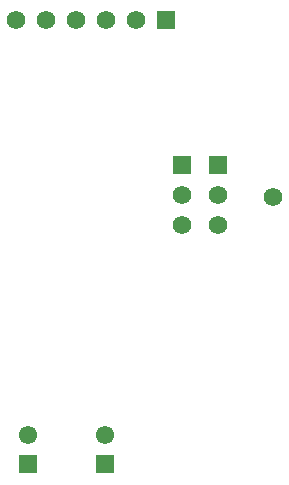
<source format=gbs>
G04*
G04 #@! TF.GenerationSoftware,Altium Limited,Altium Designer,24.1.2 (44)*
G04*
G04 Layer_Color=16711935*
%FSLAX44Y44*%
%MOMM*%
G71*
G04*
G04 #@! TF.SameCoordinates,35289A0D-B0B0-4263-B8D2-BBE876D284D7*
G04*
G04*
G04 #@! TF.FilePolarity,Negative*
G04*
G01*
G75*
%ADD58C,1.5700*%
%ADD59R,1.5700X1.5700*%
%ADD60C,1.5500*%
%ADD61R,1.5500X1.5500*%
%ADD62R,1.5700X1.5700*%
D58*
X1252000Y791000D02*
D03*
X1175000Y767600D02*
D03*
Y793000D02*
D03*
X1206000Y767600D02*
D03*
Y793000D02*
D03*
X1034750Y941000D02*
D03*
X1060150D02*
D03*
X1085550D02*
D03*
X1110950D02*
D03*
X1136350D02*
D03*
D59*
X1175000Y818400D02*
D03*
X1206000D02*
D03*
D60*
X1109750Y590000D02*
D03*
X1044750D02*
D03*
D61*
X1109750Y565000D02*
D03*
X1044750D02*
D03*
D62*
X1161750Y941000D02*
D03*
M02*

</source>
